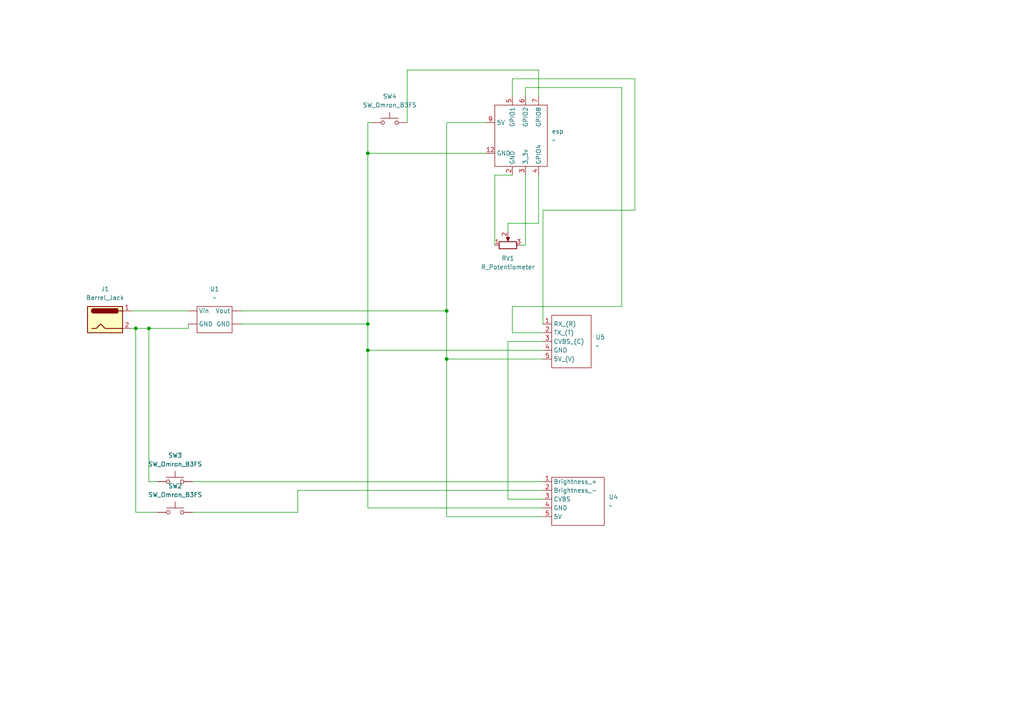
<source format=kicad_sch>
(kicad_sch (version 20250114) (generator "eeschema") (generator_version "9.0")
  (paper "A4")
  (lib_symbols
    (symbol "CV256_1"
      (property "Reference" "U" (at -10.16 0.762 0))
      (symbol "CV256_1_0_1"
        (rectangle (start -13.97 0) (end -2.54 -15.24))
        (rectangle (start -10.16 0) (end -10.16 0))
        (rectangle (start -10.16 0) (end -10.16 0))
      )
      (symbol "CV256_1_1_1"
        (pin bidirectional line (at -16.51 -2.54 0) (length 2.54) (name "RX_(R)") (number "1"))
        (pin bidirectional line (at -16.51 -5.08 0) (length 2.54) (name "TX_(T)") (number "2"))
        (pin bidirectional line (at -16.51 -7.62 0) (length 2.54) (name "CVBS_(C)") (number "3"))
        (pin bidirectional line (at -16.51 -10.16 0) (length 2.54) (name "GND") (number "4"))
        (pin bidirectional line (at -16.51 -12.7 0) (length 2.54) (name "5V_(V)") (number "5"))
      )
    )
    (symbol "Connector:Barrel_Jack" (pin_names (offset 1.016))
      (property "Reference" "J" (at 0 5.334 0))
      (property "Value" "Barrel_Jack" (at 0 -5.08 0))
      (symbol "Barrel_Jack_0_1"
        (rectangle (start -5.08 3.81) (end 5.08 -3.81) (stroke (width 0.254)) (fill (type background)))
        (polyline (pts (xy -3.81 -2.54) (xy -2.54 -2.54) (xy -1.27 -1.27) (xy 0 -2.54) (xy 2.54 -2.54) (xy 5.08 -2.54)) (stroke (width 0.254)))
        (arc (start -3.302 1.905) (mid -3.9343 2.54) (end -3.302 3.175) (stroke (width 0.254)))
        (arc (start -3.302 1.905) (mid -3.9343 2.54) (end -3.302 3.175) (stroke (width 0.254)) (fill (type outline)))
        (rectangle (start 3.683 3.175) (end -3.302 1.905) (stroke (width 0.254)) (fill (type outline)))
        (polyline (pts (xy 5.08 2.54) (xy 3.81 2.54)) (stroke (width 0.254)))
      )
      (symbol "Barrel_Jack_1_1"
        (pin passive line (at 7.62 2.54 180) (length 2.54) (name "~") (number "1"))
        (pin passive line (at 7.62 -2.54 180) (length 2.54) (name "~") (number "2"))
      )
    )
    (symbol "Device:R_Potentiometer" (pin_names (offset 1.016) (hide yes))
      (property "Reference" "RV" (at -4.445 0 90))
      (property "Value" "R_Potentiometer" (at -2.54 0 90))
      (symbol "R_Potentiometer_0_1"
        (rectangle (start 1.016 2.54) (end -1.016 -2.54) (stroke (width 0.254)))
        (polyline (pts (xy 1.143 0) (xy 2.286 0.508) (xy 2.286 -0.508) (xy 1.143 0)) (fill (type outline)))
        (polyline (pts (xy 2.54 0) (xy 1.524 0)))
      )
      (symbol "R_Potentiometer_1_1"
        (pin passive line (at 0 3.81 270) (length 1.27) (name "1") (number "1"))
        (pin passive line (at 0 -3.81 90) (length 1.27) (name "3") (number "3"))
        (pin passive line (at 3.81 0 180) (length 1.27) (name "2") (number "2"))
      )
    )
    (symbol "RH:Buck_converter"
      (property "Reference" "U" (at 0 0 0))
      (symbol "Buck_converter_0_1"
        (rectangle (start -3.81 -1.27) (end 6.35 -8.89))
      )
      (symbol "Buck_converter_1_1"
        (pin input line (at -6.35 -2.54 0) (length 2.54) (name "Vin") (number ""))
        (pin input line (at -6.35 -6.35 0) (length 2.54) (name "GND") (number ""))
        (pin input line (at 8.89 -2.54 180) (length 2.54) (name "Vout") (number ""))
        (pin input line (at 8.89 -6.35 180) (length 2.54) (name "GND") (number ""))
      )
    )
    (symbol "RH:ESP32_C"
      (property "Reference" "U" (at 0 0 0))
      (symbol "ESP32_C_0_1"
        (rectangle (start 0 -1.27) (end 15.24 -19.05))
      )
      (symbol "ESP32_C_1_1"
        (pin bidirectional line (at -2.54 -6.35 0) (length 2.54) (name "5V") (number "9"))
        (pin bidirectional line (at -2.54 -15.24 0) (length 2.54) (name "GND") (number "12"))
        (pin bidirectional line (at 5.08 1.27 270) (length 2.54) (name "GPIO1") (number "5"))
        (pin bidirectional line (at 5.08 -21.59 90) (length 2.54) (name "GND") (number "2"))
        (pin bidirectional line (at 8.89 1.27 270) (length 2.54) (name "GPIO2") (number "6"))
        (pin bidirectional line (at 8.89 -21.59 90) (length 2.54) (name "3_3v") (number "3"))
        (pin bidirectional line (at 12.7 1.27 270) (length 2.54) (name "GPIO8") (number "7"))
        (pin bidirectional line (at 12.7 -21.59 90) (length 2.54) (name "GPIO4") (number "4"))
      )
    )
    (symbol "RH:OLED"
      (property "Reference" "U" (at 0 0 0))
      (symbol "OLED_0_1"
        (rectangle (start -5.08 -1.27) (end 10.16 -15.24))
      )
      (symbol "OLED_1_1"
        (pin bidirectional line (at -7.62 -2.54 0) (length 2.54) (name "Brightness_+") (number "1"))
        (pin bidirectional line (at -7.62 -5.08 0) (length 2.54) (name "Brightness_-") (number "2"))
        (pin bidirectional line (at -7.62 -7.62 0) (length 2.54) (name "CVBS") (number "3"))
        (pin bidirectional line (at -7.62 -10.16 0) (length 2.54) (name "GND") (number "4"))
        (pin bidirectional line (at -7.62 -12.7 0) (length 2.54) (name "5V") (number "5"))
      )
    )
    (symbol "Switch:SW_Omron_B3FS" (pin_numbers (hide yes)) (pin_names (offset 1.016) (hide yes))
      (property "Reference" "SW" (at 1.27 2.54 0))
      (property "Value" "SW_Omron_B3FS" (at 0 -1.524 0))
      (symbol "SW_Omron_B3FS_0_1"
        (circle (center -2.032 0) (radius 0.508))
        (polyline (pts (xy 0 1.27) (xy 0 3.048)))
        (circle (center 2.032 0) (radius 0.508))
        (polyline (pts (xy 2.54 1.27) (xy -2.54 1.27)))
        (pin passive line (at -5.08 0 0) (length 2.54) (name "1") (number "1"))
        (pin passive line (at 5.08 0 180) (length 2.54) (name "2") (number "2"))
      )
    )
  )
  (junction (at 106.68 101.6))
  (junction (at 129.54 104.14))
  (junction (at 106.68 44.45))
  (junction (at 106.68 93.98))
  (junction (at 43.18 95.25))
  (junction (at 129.54 90.17))
  (junction (at 39.37 95.25))
  (wire (pts (xy 151.13 71.12) (xy 152.4 71.12)))
  (wire (pts (xy 55.88 139.7) (xy 157.48 139.7)))
  (wire (pts (xy 106.68 35.56) (xy 106.68 44.45)))
  (wire (pts (xy 129.54 104.14) (xy 129.54 90.17)))
  (wire (pts (xy 86.36 148.59) (xy 86.36 142.24)))
  (wire (pts (xy 118.11 35.56) (xy 118.11 20.32)))
  (wire (pts (xy 129.54 35.56) (xy 140.97 35.56)))
  (wire (pts (xy 180.34 88.9) (xy 148.59 88.9)))
  (wire (pts (xy 54.61 95.25) (xy 54.61 93.98)))
  (wire (pts (xy 106.68 101.6) (xy 106.68 147.32)))
  (wire (pts (xy 147.32 67.31) (xy 147.32 64.77)))
  (wire (pts (xy 152.4 71.12) (xy 152.4 50.8)))
  (wire (pts (xy 148.59 22.86) (xy 148.59 27.94)))
  (wire (pts (xy 157.48 104.14) (xy 129.54 104.14)))
  (wire (pts (xy 107.95 35.56) (xy 106.68 35.56)))
  (wire (pts (xy 106.68 44.45) (xy 106.68 93.98)))
  (wire (pts (xy 118.11 20.32) (xy 156.21 20.32)))
  (wire (pts (xy 152.4 25.4) (xy 180.34 25.4)))
  (wire (pts (xy 129.54 149.86) (xy 157.48 149.86)))
  (wire (pts (xy 45.72 148.59) (xy 39.37 148.59)))
  (wire (pts (xy 106.68 93.98) (xy 106.68 101.6)))
  (wire (pts (xy 143.51 50.8) (xy 148.59 50.8)))
  (wire (pts (xy 69.85 93.98) (xy 106.68 93.98)))
  (wire (pts (xy 147.32 99.06) (xy 147.32 144.78)))
  (wire (pts (xy 156.21 20.32) (xy 156.21 27.94)))
  (wire (pts (xy 157.48 60.96) (xy 184.15 60.96)))
  (wire (pts (xy 38.1 90.17) (xy 54.61 90.17)))
  (wire (pts (xy 147.32 64.77) (xy 156.21 64.77)))
  (wire (pts (xy 106.68 44.45) (xy 140.97 44.45)))
  (wire (pts (xy 148.59 96.52) (xy 157.48 96.52)))
  (wire (pts (xy 157.48 93.98) (xy 157.48 60.96)))
  (wire (pts (xy 157.48 101.6) (xy 106.68 101.6)))
  (wire (pts (xy 86.36 142.24) (xy 157.48 142.24)))
  (wire (pts (xy 152.4 27.94) (xy 152.4 25.4)))
  (wire (pts (xy 157.48 147.32) (xy 106.68 147.32)))
  (wire (pts (xy 147.32 144.78) (xy 157.48 144.78)))
  (wire (pts (xy 184.15 60.96) (xy 184.15 22.86)))
  (wire (pts (xy 55.88 148.59) (xy 86.36 148.59)))
  (wire (pts (xy 43.18 95.25) (xy 54.61 95.25)))
  (wire (pts (xy 39.37 148.59) (xy 39.37 95.25)))
  (wire (pts (xy 43.18 139.7) (xy 43.18 95.25)))
  (wire (pts (xy 184.15 22.86) (xy 148.59 22.86)))
  (wire (pts (xy 180.34 25.4) (xy 180.34 88.9)))
  (wire (pts (xy 45.72 139.7) (xy 43.18 139.7)))
  (wire (pts (xy 69.85 90.17) (xy 129.54 90.17)))
  (wire (pts (xy 143.51 71.12) (xy 143.51 50.8)))
  (wire (pts (xy 157.48 99.06) (xy 147.32 99.06)))
  (wire (pts (xy 38.1 95.25) (xy 39.37 95.25)))
  (wire (pts (xy 129.54 104.14) (xy 129.54 149.86)))
  (wire (pts (xy 129.54 90.17) (xy 129.54 35.56)))
  (wire (pts (xy 156.21 64.77) (xy 156.21 50.8)))
  (wire (pts (xy 39.37 95.25) (xy 43.18 95.25)))
  (wire (pts (xy 148.59 88.9) (xy 148.59 96.52)))
  (symbol (lib_id "Device:R_Potentiometer") (at 147.32 71.12 90) (unit 1)
    (property "Reference" "RV1" (at 147.32 74.93 90))
    (property "Value" "R_Potentiometer" (at 147.32 77.47 90))
    (property "Description" "Potentiometer" (effects (hide yes)))
  )
  (symbol (lib_id "RH:ESP32_C") (at 143.51 29.21 0) (unit 1)
    (property "Reference" "esp" (at 160.02 38.0999 0) (effects (justify left)))
    (property "Value" "~" (at 160.02 40.6399 0) (effects (justify left)))
  )
  (symbol (lib_id "Switch:SW_Omron_B3FS") (at 113.03 35.56 0) (unit 1)
    (property "Reference" "SW4" (at 113.03 27.94 0))
    (property "Value" "SW_Omron_B3FS" (at 113.03 30.48 0))
    (property "Datasheet" "https://omronfs.omron.com/en_US/ecb/products/pdf/en-b3fs.pdf" (effects (hide yes)))
    (property "Description" "Omron B3FS 6x6mm single pole normally-open tactile switch" (effects (hide yes)))
  )
  (symbol (lib_id "Switch:SW_Omron_B3FS") (at 50.8 148.59 0) (unit 1)
    (property "Reference" "SW2" (at 50.8 140.97 0))
    (property "Value" "SW_Omron_B3FS" (at 50.8 143.51 0))
    (property "Datasheet" "https://omronfs.omron.com/en_US/ecb/products/pdf/en-b3fs.pdf" (effects (hide yes)))
    (property "Description" "Omron B3FS 6x6mm single pole normally-open tactile switch" (effects (hide yes)))
  )
  (symbol (lib_id "Switch:SW_Omron_B3FS") (at 50.8 139.7 0) (unit 1)
    (property "Reference" "SW3" (at 50.8 132.08 0))
    (property "Value" "SW_Omron_B3FS" (at 50.8 134.62 0))
    (property "Datasheet" "https://omronfs.omron.com/en_US/ecb/products/pdf/en-b3fs.pdf" (effects (hide yes)))
    (property "Description" "Omron B3FS 6x6mm single pole normally-open tactile switch" (effects (hide yes)))
  )
  (symbol (lib_id "Connector:Barrel_Jack") (at 30.48 92.71 0) (unit 1)
    (property "Reference" "J1" (at 30.48 83.82 0))
    (property "Value" "Barrel_Jack" (at 30.48 86.36 0))
    (property "Description" "DC Barrel Jack" (effects (hide yes)))
  )
  (symbol (lib_name "CV256_1") (lib_id "RH:CV256") (at 173.99 91.44 0) (unit 1)
    (property "Reference" "U5" (at 172.72 97.7899 0) (effects (justify left)))
    (property "Value" "~" (at 172.72 100.3299 0) (effects (justify left)))
  )
  (symbol (lib_id "RH:Buck_converter") (at 60.96 87.63 0) (unit 1)
    (property "Reference" "U1" (at 62.23 83.82 0))
    (property "Value" "~" (at 62.23 86.36 0))
  )
  (symbol (lib_id "RH:OLED") (at 165.1 137.16 0) (unit 1)
    (property "Reference" "U4" (at 176.53 144.1449 0) (effects (justify left)))
    (property "Value" "~" (at 176.53 146.6849 0) (effects (justify left)))
  )
)
</source>
